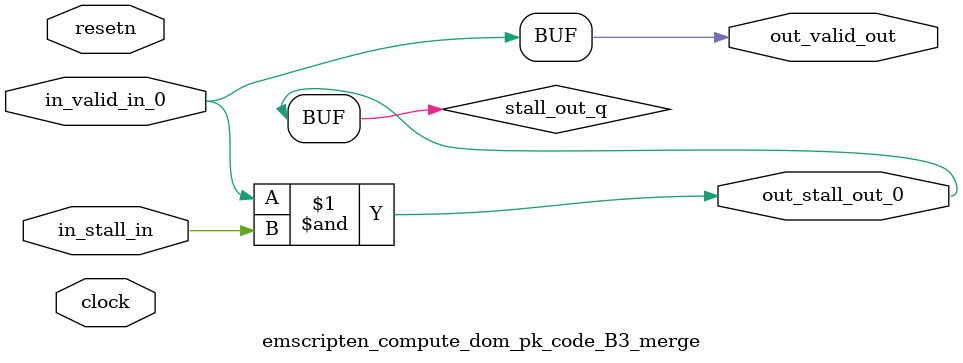
<source format=sv>



(* altera_attribute = "-name AUTO_SHIFT_REGISTER_RECOGNITION OFF; -name MESSAGE_DISABLE 10036; -name MESSAGE_DISABLE 10037; -name MESSAGE_DISABLE 14130; -name MESSAGE_DISABLE 14320; -name MESSAGE_DISABLE 15400; -name MESSAGE_DISABLE 14130; -name MESSAGE_DISABLE 10036; -name MESSAGE_DISABLE 12020; -name MESSAGE_DISABLE 12030; -name MESSAGE_DISABLE 12010; -name MESSAGE_DISABLE 12110; -name MESSAGE_DISABLE 14320; -name MESSAGE_DISABLE 13410; -name MESSAGE_DISABLE 113007; -name MESSAGE_DISABLE 10958" *)
module emscripten_compute_dom_pk_code_B3_merge (
    input wire [0:0] in_stall_in,
    input wire [0:0] in_valid_in_0,
    output wire [0:0] out_stall_out_0,
    output wire [0:0] out_valid_out,
    input wire clock,
    input wire resetn
    );

    wire [0:0] stall_out_q;


    // stall_out(LOGICAL,6)
    assign stall_out_q = in_valid_in_0 & in_stall_in;

    // out_stall_out_0(GPOUT,4)
    assign out_stall_out_0 = stall_out_q;

    // out_valid_out(GPOUT,5)
    assign out_valid_out = in_valid_in_0;

endmodule

</source>
